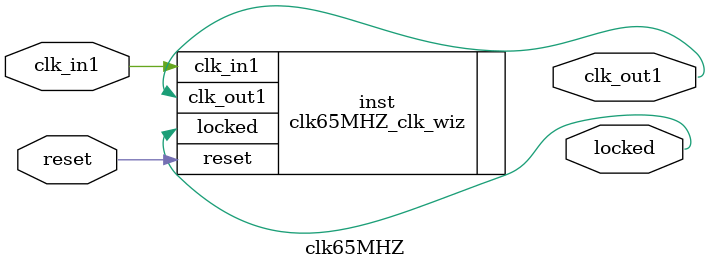
<source format=v>


`timescale 1ps/1ps

(* CORE_GENERATION_INFO = "clk65MHZ,clk_wiz_v6_0_2_0_0,{component_name=clk65MHZ,use_phase_alignment=true,use_min_o_jitter=false,use_max_i_jitter=false,use_dyn_phase_shift=false,use_inclk_switchover=false,use_dyn_reconfig=false,enable_axi=0,feedback_source=FDBK_AUTO,PRIMITIVE=PLL,num_out_clk=1,clkin1_period=10.000,clkin2_period=10.000,use_power_down=false,use_reset=true,use_locked=true,use_inclk_stopped=false,feedback_type=SINGLE,CLOCK_MGR_TYPE=NA,manual_override=false}" *)

module clk65MHZ 
 (
  // Clock out ports
  output        clk_out1,
  // Status and control signals
  input         reset,
  output        locked,
 // Clock in ports
  input         clk_in1
 );

  clk65MHZ_clk_wiz inst
  (
  // Clock out ports  
  .clk_out1(clk_out1),
  // Status and control signals               
  .reset(reset), 
  .locked(locked),
 // Clock in ports
  .clk_in1(clk_in1)
  );

endmodule

</source>
